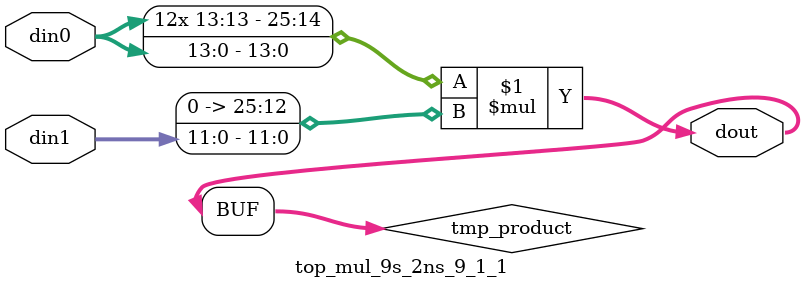
<source format=v>

`timescale 1 ns / 1 ps

  module top_mul_9s_2ns_9_1_1(din0, din1, dout);
parameter ID = 1;
parameter NUM_STAGE = 0;
parameter din0_WIDTH = 14;
parameter din1_WIDTH = 12;
parameter dout_WIDTH = 26;

input [din0_WIDTH - 1 : 0] din0; 
input [din1_WIDTH - 1 : 0] din1; 
output [dout_WIDTH - 1 : 0] dout;

wire signed [dout_WIDTH - 1 : 0] tmp_product;












assign tmp_product = $signed(din0) * $signed({1'b0, din1});









assign dout = tmp_product;







endmodule

</source>
